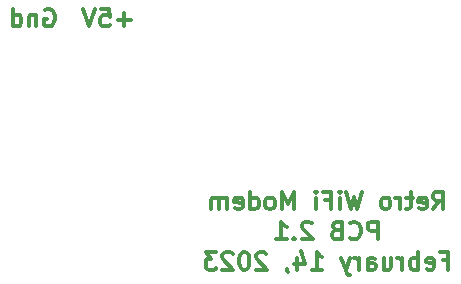
<source format=gbo>
G04 #@! TF.GenerationSoftware,KiCad,Pcbnew,5.1.12*
G04 #@! TF.CreationDate,2023-02-14T20:37:59-07:00*
G04 #@! TF.ProjectId,RetroWiFiModem,52657472-6f57-4694-9669-4d6f64656d2e,0.3*
G04 #@! TF.SameCoordinates,Original*
G04 #@! TF.FileFunction,Legend,Bot*
G04 #@! TF.FilePolarity,Positive*
%FSLAX46Y46*%
G04 Gerber Fmt 4.6, Leading zero omitted, Abs format (unit mm)*
G04 Created by KiCad (PCBNEW 5.1.12) date 2023-02-14 20:37:59*
%MOMM*%
%LPD*%
G01*
G04 APERTURE LIST*
%ADD10C,0.300000*%
%ADD11C,1.524000*%
%ADD12C,1.300000*%
%ADD13R,1.300000X1.300000*%
%ADD14C,1.397000*%
%ADD15C,1.800000*%
%ADD16O,1.727200X1.727200*%
%ADD17R,1.727200X1.727200*%
%ADD18R,3.500120X3.500120*%
%ADD19C,2.000000*%
%ADD20R,2.000000X2.000000*%
%ADD21R,1.700000X1.700000*%
%ADD22O,1.700000X1.700000*%
%ADD23O,2.400000X1.600000*%
%ADD24R,2.400000X1.600000*%
%ADD25C,3.200000*%
%ADD26R,1.600000X1.600000*%
%ADD27O,1.600000X1.600000*%
G04 APERTURE END LIST*
D10*
X148156285Y-133002571D02*
X148656285Y-132288285D01*
X149013428Y-133002571D02*
X149013428Y-131502571D01*
X148442000Y-131502571D01*
X148299142Y-131574000D01*
X148227714Y-131645428D01*
X148156285Y-131788285D01*
X148156285Y-132002571D01*
X148227714Y-132145428D01*
X148299142Y-132216857D01*
X148442000Y-132288285D01*
X149013428Y-132288285D01*
X146942000Y-132931142D02*
X147084857Y-133002571D01*
X147370571Y-133002571D01*
X147513428Y-132931142D01*
X147584857Y-132788285D01*
X147584857Y-132216857D01*
X147513428Y-132074000D01*
X147370571Y-132002571D01*
X147084857Y-132002571D01*
X146942000Y-132074000D01*
X146870571Y-132216857D01*
X146870571Y-132359714D01*
X147584857Y-132502571D01*
X146442000Y-132002571D02*
X145870571Y-132002571D01*
X146227714Y-131502571D02*
X146227714Y-132788285D01*
X146156285Y-132931142D01*
X146013428Y-133002571D01*
X145870571Y-133002571D01*
X145370571Y-133002571D02*
X145370571Y-132002571D01*
X145370571Y-132288285D02*
X145299142Y-132145428D01*
X145227714Y-132074000D01*
X145084857Y-132002571D01*
X144942000Y-132002571D01*
X144227714Y-133002571D02*
X144370571Y-132931142D01*
X144442000Y-132859714D01*
X144513428Y-132716857D01*
X144513428Y-132288285D01*
X144442000Y-132145428D01*
X144370571Y-132074000D01*
X144227714Y-132002571D01*
X144013428Y-132002571D01*
X143870571Y-132074000D01*
X143799142Y-132145428D01*
X143727714Y-132288285D01*
X143727714Y-132716857D01*
X143799142Y-132859714D01*
X143870571Y-132931142D01*
X144013428Y-133002571D01*
X144227714Y-133002571D01*
X142084857Y-131502571D02*
X141727714Y-133002571D01*
X141442000Y-131931142D01*
X141156285Y-133002571D01*
X140799142Y-131502571D01*
X140227714Y-133002571D02*
X140227714Y-132002571D01*
X140227714Y-131502571D02*
X140299142Y-131574000D01*
X140227714Y-131645428D01*
X140156285Y-131574000D01*
X140227714Y-131502571D01*
X140227714Y-131645428D01*
X139013428Y-132216857D02*
X139513428Y-132216857D01*
X139513428Y-133002571D02*
X139513428Y-131502571D01*
X138799142Y-131502571D01*
X138227714Y-133002571D02*
X138227714Y-132002571D01*
X138227714Y-131502571D02*
X138299142Y-131574000D01*
X138227714Y-131645428D01*
X138156285Y-131574000D01*
X138227714Y-131502571D01*
X138227714Y-131645428D01*
X136370571Y-133002571D02*
X136370571Y-131502571D01*
X135870571Y-132574000D01*
X135370571Y-131502571D01*
X135370571Y-133002571D01*
X134442000Y-133002571D02*
X134584857Y-132931142D01*
X134656285Y-132859714D01*
X134727714Y-132716857D01*
X134727714Y-132288285D01*
X134656285Y-132145428D01*
X134584857Y-132074000D01*
X134442000Y-132002571D01*
X134227714Y-132002571D01*
X134084857Y-132074000D01*
X134013428Y-132145428D01*
X133942000Y-132288285D01*
X133942000Y-132716857D01*
X134013428Y-132859714D01*
X134084857Y-132931142D01*
X134227714Y-133002571D01*
X134442000Y-133002571D01*
X132656285Y-133002571D02*
X132656285Y-131502571D01*
X132656285Y-132931142D02*
X132799142Y-133002571D01*
X133084857Y-133002571D01*
X133227714Y-132931142D01*
X133299142Y-132859714D01*
X133370571Y-132716857D01*
X133370571Y-132288285D01*
X133299142Y-132145428D01*
X133227714Y-132074000D01*
X133084857Y-132002571D01*
X132799142Y-132002571D01*
X132656285Y-132074000D01*
X131370571Y-132931142D02*
X131513428Y-133002571D01*
X131799142Y-133002571D01*
X131942000Y-132931142D01*
X132013428Y-132788285D01*
X132013428Y-132216857D01*
X131942000Y-132074000D01*
X131799142Y-132002571D01*
X131513428Y-132002571D01*
X131370571Y-132074000D01*
X131299142Y-132216857D01*
X131299142Y-132359714D01*
X132013428Y-132502571D01*
X130656285Y-133002571D02*
X130656285Y-132002571D01*
X130656285Y-132145428D02*
X130584857Y-132074000D01*
X130442000Y-132002571D01*
X130227714Y-132002571D01*
X130084857Y-132074000D01*
X130013428Y-132216857D01*
X130013428Y-133002571D01*
X130013428Y-132216857D02*
X129942000Y-132074000D01*
X129799142Y-132002571D01*
X129584857Y-132002571D01*
X129442000Y-132074000D01*
X129370571Y-132216857D01*
X129370571Y-133002571D01*
X143442000Y-135552571D02*
X143442000Y-134052571D01*
X142870571Y-134052571D01*
X142727714Y-134124000D01*
X142656285Y-134195428D01*
X142584857Y-134338285D01*
X142584857Y-134552571D01*
X142656285Y-134695428D01*
X142727714Y-134766857D01*
X142870571Y-134838285D01*
X143442000Y-134838285D01*
X141084857Y-135409714D02*
X141156285Y-135481142D01*
X141370571Y-135552571D01*
X141513428Y-135552571D01*
X141727714Y-135481142D01*
X141870571Y-135338285D01*
X141942000Y-135195428D01*
X142013428Y-134909714D01*
X142013428Y-134695428D01*
X141942000Y-134409714D01*
X141870571Y-134266857D01*
X141727714Y-134124000D01*
X141513428Y-134052571D01*
X141370571Y-134052571D01*
X141156285Y-134124000D01*
X141084857Y-134195428D01*
X139942000Y-134766857D02*
X139727714Y-134838285D01*
X139656285Y-134909714D01*
X139584857Y-135052571D01*
X139584857Y-135266857D01*
X139656285Y-135409714D01*
X139727714Y-135481142D01*
X139870571Y-135552571D01*
X140442000Y-135552571D01*
X140442000Y-134052571D01*
X139942000Y-134052571D01*
X139799142Y-134124000D01*
X139727714Y-134195428D01*
X139656285Y-134338285D01*
X139656285Y-134481142D01*
X139727714Y-134624000D01*
X139799142Y-134695428D01*
X139942000Y-134766857D01*
X140442000Y-134766857D01*
X137870571Y-134195428D02*
X137799142Y-134124000D01*
X137656285Y-134052571D01*
X137299142Y-134052571D01*
X137156285Y-134124000D01*
X137084857Y-134195428D01*
X137013428Y-134338285D01*
X137013428Y-134481142D01*
X137084857Y-134695428D01*
X137942000Y-135552571D01*
X137013428Y-135552571D01*
X136370571Y-135409714D02*
X136299142Y-135481142D01*
X136370571Y-135552571D01*
X136442000Y-135481142D01*
X136370571Y-135409714D01*
X136370571Y-135552571D01*
X134870571Y-135552571D02*
X135727714Y-135552571D01*
X135299142Y-135552571D02*
X135299142Y-134052571D01*
X135442000Y-134266857D01*
X135584857Y-134409714D01*
X135727714Y-134481142D01*
X148942000Y-137316857D02*
X149442000Y-137316857D01*
X149442000Y-138102571D02*
X149442000Y-136602571D01*
X148727714Y-136602571D01*
X147584857Y-138031142D02*
X147727714Y-138102571D01*
X148013428Y-138102571D01*
X148156285Y-138031142D01*
X148227714Y-137888285D01*
X148227714Y-137316857D01*
X148156285Y-137174000D01*
X148013428Y-137102571D01*
X147727714Y-137102571D01*
X147584857Y-137174000D01*
X147513428Y-137316857D01*
X147513428Y-137459714D01*
X148227714Y-137602571D01*
X146870571Y-138102571D02*
X146870571Y-136602571D01*
X146870571Y-137174000D02*
X146727714Y-137102571D01*
X146442000Y-137102571D01*
X146299142Y-137174000D01*
X146227714Y-137245428D01*
X146156285Y-137388285D01*
X146156285Y-137816857D01*
X146227714Y-137959714D01*
X146299142Y-138031142D01*
X146442000Y-138102571D01*
X146727714Y-138102571D01*
X146870571Y-138031142D01*
X145513428Y-138102571D02*
X145513428Y-137102571D01*
X145513428Y-137388285D02*
X145442000Y-137245428D01*
X145370571Y-137174000D01*
X145227714Y-137102571D01*
X145084857Y-137102571D01*
X143942000Y-137102571D02*
X143942000Y-138102571D01*
X144584857Y-137102571D02*
X144584857Y-137888285D01*
X144513428Y-138031142D01*
X144370571Y-138102571D01*
X144156285Y-138102571D01*
X144013428Y-138031142D01*
X143942000Y-137959714D01*
X142584857Y-138102571D02*
X142584857Y-137316857D01*
X142656285Y-137174000D01*
X142799142Y-137102571D01*
X143084857Y-137102571D01*
X143227714Y-137174000D01*
X142584857Y-138031142D02*
X142727714Y-138102571D01*
X143084857Y-138102571D01*
X143227714Y-138031142D01*
X143299142Y-137888285D01*
X143299142Y-137745428D01*
X143227714Y-137602571D01*
X143084857Y-137531142D01*
X142727714Y-137531142D01*
X142584857Y-137459714D01*
X141870571Y-138102571D02*
X141870571Y-137102571D01*
X141870571Y-137388285D02*
X141799142Y-137245428D01*
X141727714Y-137174000D01*
X141584857Y-137102571D01*
X141442000Y-137102571D01*
X141084857Y-137102571D02*
X140727714Y-138102571D01*
X140370571Y-137102571D02*
X140727714Y-138102571D01*
X140870571Y-138459714D01*
X140942000Y-138531142D01*
X141084857Y-138602571D01*
X137870571Y-138102571D02*
X138727714Y-138102571D01*
X138299142Y-138102571D02*
X138299142Y-136602571D01*
X138442000Y-136816857D01*
X138584857Y-136959714D01*
X138727714Y-137031142D01*
X136584857Y-137102571D02*
X136584857Y-138102571D01*
X136942000Y-136531142D02*
X137299142Y-137602571D01*
X136370571Y-137602571D01*
X135727714Y-138031142D02*
X135727714Y-138102571D01*
X135799142Y-138245428D01*
X135870571Y-138316857D01*
X134013428Y-136745428D02*
X133942000Y-136674000D01*
X133799142Y-136602571D01*
X133442000Y-136602571D01*
X133299142Y-136674000D01*
X133227714Y-136745428D01*
X133156285Y-136888285D01*
X133156285Y-137031142D01*
X133227714Y-137245428D01*
X134084857Y-138102571D01*
X133156285Y-138102571D01*
X132227714Y-136602571D02*
X132084857Y-136602571D01*
X131942000Y-136674000D01*
X131870571Y-136745428D01*
X131799142Y-136888285D01*
X131727714Y-137174000D01*
X131727714Y-137531142D01*
X131799142Y-137816857D01*
X131870571Y-137959714D01*
X131942000Y-138031142D01*
X132084857Y-138102571D01*
X132227714Y-138102571D01*
X132370571Y-138031142D01*
X132442000Y-137959714D01*
X132513428Y-137816857D01*
X132584857Y-137531142D01*
X132584857Y-137174000D01*
X132513428Y-136888285D01*
X132442000Y-136745428D01*
X132370571Y-136674000D01*
X132227714Y-136602571D01*
X131156285Y-136745428D02*
X131084857Y-136674000D01*
X130942000Y-136602571D01*
X130584857Y-136602571D01*
X130442000Y-136674000D01*
X130370571Y-136745428D01*
X130299142Y-136888285D01*
X130299142Y-137031142D01*
X130370571Y-137245428D01*
X131227714Y-138102571D01*
X130299142Y-138102571D01*
X129799142Y-136602571D02*
X128870571Y-136602571D01*
X129370571Y-137174000D01*
X129156285Y-137174000D01*
X129013428Y-137245428D01*
X128942000Y-137316857D01*
X128870571Y-137459714D01*
X128870571Y-137816857D01*
X128942000Y-137959714D01*
X129013428Y-138031142D01*
X129156285Y-138102571D01*
X129584857Y-138102571D01*
X129727714Y-138031142D01*
X129799142Y-137959714D01*
X115264285Y-116090000D02*
X115407142Y-116018571D01*
X115621428Y-116018571D01*
X115835714Y-116090000D01*
X115978571Y-116232857D01*
X116050000Y-116375714D01*
X116121428Y-116661428D01*
X116121428Y-116875714D01*
X116050000Y-117161428D01*
X115978571Y-117304285D01*
X115835714Y-117447142D01*
X115621428Y-117518571D01*
X115478571Y-117518571D01*
X115264285Y-117447142D01*
X115192857Y-117375714D01*
X115192857Y-116875714D01*
X115478571Y-116875714D01*
X114550000Y-116518571D02*
X114550000Y-117518571D01*
X114550000Y-116661428D02*
X114478571Y-116590000D01*
X114335714Y-116518571D01*
X114121428Y-116518571D01*
X113978571Y-116590000D01*
X113907142Y-116732857D01*
X113907142Y-117518571D01*
X112550000Y-117518571D02*
X112550000Y-116018571D01*
X112550000Y-117447142D02*
X112692857Y-117518571D01*
X112978571Y-117518571D01*
X113121428Y-117447142D01*
X113192857Y-117375714D01*
X113264285Y-117232857D01*
X113264285Y-116804285D01*
X113192857Y-116661428D01*
X113121428Y-116590000D01*
X112978571Y-116518571D01*
X112692857Y-116518571D01*
X112550000Y-116590000D01*
X122578571Y-116947142D02*
X121435714Y-116947142D01*
X122007142Y-117518571D02*
X122007142Y-116375714D01*
X120007142Y-116018571D02*
X120721428Y-116018571D01*
X120792857Y-116732857D01*
X120721428Y-116661428D01*
X120578571Y-116590000D01*
X120221428Y-116590000D01*
X120078571Y-116661428D01*
X120007142Y-116732857D01*
X119935714Y-116875714D01*
X119935714Y-117232857D01*
X120007142Y-117375714D01*
X120078571Y-117447142D01*
X120221428Y-117518571D01*
X120578571Y-117518571D01*
X120721428Y-117447142D01*
X120792857Y-117375714D01*
X119507142Y-116018571D02*
X119007142Y-117518571D01*
X118507142Y-116018571D01*
%LPC*%
D11*
X188214000Y-90805000D03*
X188214000Y-93345000D03*
X188214000Y-95885000D03*
X188214000Y-98425000D03*
X188214000Y-100965000D03*
X188214000Y-103505000D03*
X188214000Y-106045000D03*
X188214000Y-108585000D03*
X170180000Y-108585000D03*
X170180000Y-106045000D03*
X170180000Y-103505000D03*
X170180000Y-100965000D03*
X170180000Y-98425000D03*
X170180000Y-95885000D03*
X170180000Y-93345000D03*
X170180000Y-90805000D03*
D12*
X186055000Y-114260000D03*
D13*
X186055000Y-111760000D03*
D12*
X159472000Y-97409000D03*
D13*
X156972000Y-97409000D03*
D12*
X177840000Y-123825000D03*
D13*
X180340000Y-123825000D03*
D12*
X149860000Y-80939000D03*
D13*
X149860000Y-83439000D03*
D12*
X146010000Y-78105000D03*
D13*
X143510000Y-78105000D03*
D12*
X131064000Y-82209000D03*
D13*
X131064000Y-84709000D03*
D12*
X127508000Y-83399000D03*
D13*
X127508000Y-80899000D03*
D14*
X171450000Y-112395000D03*
X171450000Y-120015000D03*
X153035000Y-85598000D03*
X153035000Y-77978000D03*
X164465000Y-97536000D03*
X164465000Y-89916000D03*
D15*
X160020000Y-125730000D03*
X160020000Y-102870000D03*
X157480000Y-125730000D03*
X157480000Y-102870000D03*
X154940000Y-125730000D03*
X154940000Y-102870000D03*
X152400000Y-125730000D03*
X152400000Y-102870000D03*
X149860000Y-125730000D03*
X149860000Y-102870000D03*
X147320000Y-125730000D03*
X147320000Y-102870000D03*
X144780000Y-125730000D03*
X144780000Y-102870000D03*
X142240000Y-125730000D03*
X142240000Y-102870000D03*
D16*
X126365000Y-91805000D03*
X128905000Y-91805000D03*
X126365000Y-94345000D03*
X128905000Y-94345000D03*
X126365000Y-96885000D03*
X128905000Y-96885000D03*
X126365000Y-99425000D03*
X128905000Y-99425000D03*
X126365000Y-101965000D03*
D17*
X128905000Y-101965000D03*
D18*
X116610400Y-126929000D03*
X113610660Y-122230000D03*
X119610140Y-122230000D03*
D19*
X205740000Y-133284000D03*
D20*
X205740000Y-130744000D03*
D19*
X205740000Y-126680000D03*
D20*
X205740000Y-124140000D03*
D19*
X205740000Y-120076000D03*
D20*
X205740000Y-117536000D03*
D19*
X205740000Y-113472000D03*
D20*
X205740000Y-110932000D03*
D19*
X205740000Y-106868000D03*
D20*
X205740000Y-104328000D03*
D19*
X205740000Y-100264000D03*
D20*
X205740000Y-97724000D03*
D19*
X205740000Y-93660000D03*
D20*
X205740000Y-91120000D03*
D19*
X205740000Y-87056000D03*
D20*
X205740000Y-84516000D03*
D21*
X175895000Y-83185000D03*
D22*
X173355000Y-83185000D03*
D23*
X200723500Y-108585000D03*
X193103500Y-126365000D03*
X200723500Y-111125000D03*
X193103500Y-123825000D03*
X200723500Y-113665000D03*
X193103500Y-121285000D03*
X200723500Y-116205000D03*
X193103500Y-118745000D03*
X200723500Y-118745000D03*
X193103500Y-116205000D03*
X200723500Y-121285000D03*
X193103500Y-113665000D03*
X200723500Y-123825000D03*
X193103500Y-111125000D03*
X200723500Y-126365000D03*
D24*
X193103500Y-108585000D03*
D11*
X156972000Y-92329000D03*
X162052000Y-92329000D03*
X159512000Y-92329000D03*
D25*
X119450000Y-85770000D03*
X119450000Y-132020000D03*
X159450000Y-132020000D03*
X159450000Y-85770000D03*
X189450000Y-85770000D03*
X189450000Y-132020000D03*
D26*
X184785000Y-87630000D03*
D27*
X177165000Y-87630000D03*
M02*

</source>
